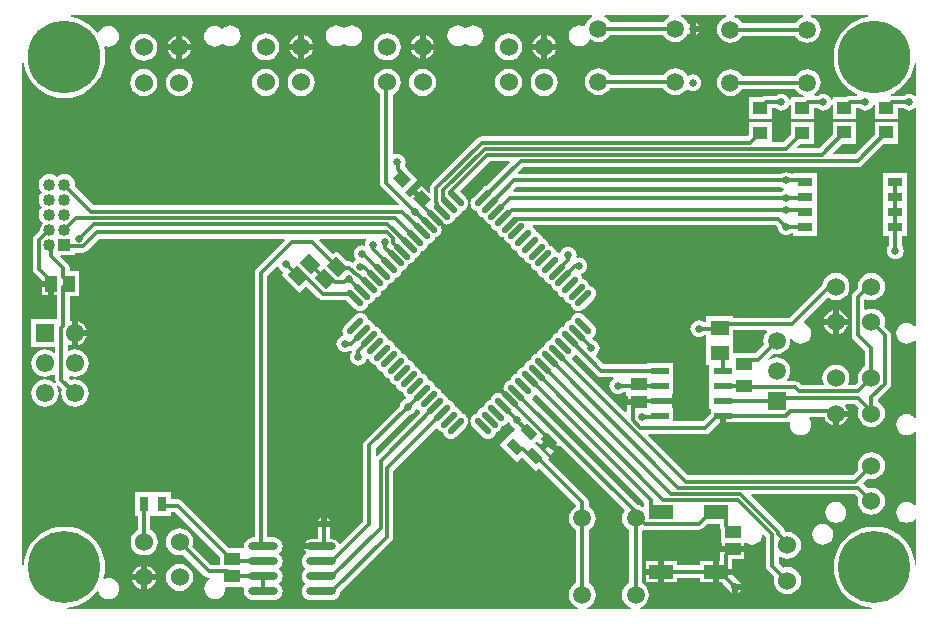
<source format=gtl>
%FSTAX23Y23*%
%MOIN*%
%SFA1B1*%

%IPPOS*%
%AMD21*
4,1,4,-0.029700,0.006400,0.006400,-0.029700,0.029700,-0.006400,-0.006400,0.029700,-0.029700,0.006400,0.0*
%
%AMD22*
4,1,4,0.002100,-0.029700,0.029700,-0.002100,-0.002100,0.029700,-0.029700,0.002100,0.002100,-0.029700,0.0*
%
%AMD23*
4,1,4,0.033900,-0.003500,-0.003500,0.033900,-0.033900,0.003500,0.003500,-0.033900,0.033900,-0.003500,0.0*
%
%AMD30*
4,1,4,-0.008800,0.024400,-0.024400,0.008800,0.008800,-0.024400,0.024400,-0.008800,-0.008800,0.024400,0.0*
1,1,0.022000,-0.016600,0.016600*
1,1,0.022000,0.016600,-0.016600*
%
%AMD31*
4,1,4,-0.024400,-0.008800,-0.008800,-0.024400,0.024400,0.008800,0.008800,0.024400,-0.024400,-0.008800,0.0*
1,1,0.022000,-0.016600,-0.016600*
1,1,0.022000,0.016600,0.016600*
%
%ADD17R,0.031000X0.047000*%
%ADD18O,0.098000X0.028000*%
%ADD19R,0.053000X0.043000*%
%ADD20R,0.059000X0.049000*%
G04~CAMADD=21~9~0.0~0.0~510.0~330.0~0.0~0.0~0~0.0~0.0~0.0~0.0~0~0.0~0.0~0.0~0.0~0~0.0~0.0~0.0~135.0~594.0~593.0*
%ADD21D21*%
G04~CAMADD=22~9~0.0~0.0~390.0~450.0~0.0~0.0~0~0.0~0.0~0.0~0.0~0~0.0~0.0~0.0~0.0~0~0.0~0.0~0.0~225.0~594.0~593.0*
%ADD22D22*%
G04~CAMADD=23~9~0.0~0.0~530.0~430.0~0.0~0.0~0~0.0~0.0~0.0~0.0~0~0.0~0.0~0.0~0.0~0~0.0~0.0~0.0~315.0~678.0~677.0*
%ADD23D23*%
%ADD24R,0.043000X0.053000*%
%ADD25R,0.055000X0.041000*%
%ADD26R,0.059000X0.024000*%
%ADD27R,0.083000X0.051000*%
%ADD28R,0.050000X0.030000*%
%ADD29R,0.047000X0.043000*%
G04~CAMADD=30~3~0.0~0.0~220.0~690.0~0.0~0.0~0~0.0~0.0~0.0~0.0~0~0.0~0.0~0.0~0.0~0~0.0~0.0~0.0~45.0~550.0~550.0*
%ADD30D30*%
G04~CAMADD=31~3~0.0~0.0~220.0~690.0~0.0~0.0~0~0.0~0.0~0.0~0.0~0~0.0~0.0~0.0~0.0~0~0.0~0.0~0.0~135.0~550.0~550.0*
%ADD31D31*%
%ADD60C,0.012000*%
%ADD61C,0.008000*%
%ADD62C,0.059000*%
%ADD63R,0.061000X0.061000*%
%ADD64C,0.061000*%
%ADD65C,0.060000*%
%ADD66C,0.059000*%
%ADD67R,0.059000X0.059000*%
%ADD68R,0.040000X0.040000*%
%ADD69C,0.040000*%
%ADD70C,0.242000*%
%ADD71C,0.240000*%
%ADD72C,0.025000*%
%LNtemperature_monitor_&_display-1*%
%LPD*%
G36*
X02166Y01985D02*
X02163Y01984D01*
X02154Y01977*
X02147Y01967*
Y01966*
X01969*
Y01967*
X01962Y01977*
X01952Y01984*
X0195Y01985*
X01951Y0199*
X02165*
X02166Y01985*
G37*
G36*
X02613D02*
X02603Y01981D01*
X02594Y01974*
X02587Y01965*
Y01964*
X02409*
Y01965*
X02402Y01974*
X02392Y01981*
X02383Y01985*
X02384Y0199*
X02612*
X02613Y01985*
G37*
G36*
X02829D02*
D01*
X02808Y0198*
X02788Y01972*
X0277Y0196*
X02754Y01946*
X0274Y0193*
X02728Y01912*
X0272Y01892*
X02715Y01871*
X02714Y0185*
X02715Y01829*
X0272Y01808*
X02728Y01788*
X0274Y0177*
X02754Y01754*
X0277Y0174*
X02788Y01728*
X02793Y01726*
X02792Y01721*
X02769*
X0276Y0172*
X02758Y01718*
X02711*
Y01709*
X02706Y01708*
X02704Y01714*
X027Y0172*
X02694Y01724*
X02687Y01727*
X0268Y01728*
X02673Y01727*
X02666Y01724*
X02663Y01721*
X02652*
X02649Y01726*
X02658Y01733*
X02665Y01743*
X02669Y01753*
X02671Y01765*
X02669Y01777*
X02665Y01787*
X02658Y01797*
X02648Y01804*
X02638Y01808*
X02626Y0181*
X02614Y01808*
X02603Y01804*
X02594Y01797*
X02587Y01787*
Y01786*
X02409*
Y01787*
X02402Y01797*
X02392Y01804*
X02382Y01808*
X0237Y0181*
X02358Y01808*
X02348Y01804*
X02338Y01797*
X02331Y01787*
X02327Y01777*
X02325Y01765*
X02327Y01753*
X02331Y01743*
X02338Y01733*
X02348Y01726*
X02358Y01722*
X0237Y0172*
X02382Y01722*
X02392Y01726*
X02402Y01733*
X02409Y01743*
Y01744*
X02587*
Y01743*
X02594Y01733*
X02603Y01726*
X02614Y01722*
Y01717*
X02571*
Y01709*
X02566Y01708*
X02564Y01714*
X0256Y0172*
X02554Y01724*
X02547Y01727*
X0254Y01728*
X02533Y01727*
X02526Y01724*
X02523Y01721*
X0249*
X02482Y0172*
X02477Y01717*
X02431*
Y01643*
X02509*
Y01679*
X02523*
X02526Y01676*
X02533Y01673*
X0254Y01672*
X02547Y01673*
X02554Y01676*
X0256Y0168*
X02564Y01686*
X02566Y01692*
X02571Y01691*
Y01643*
X02649*
Y01679*
X02663*
X02666Y01676*
X02673Y01673*
X0268Y01672*
X02687Y01673*
X02694Y01676*
X027Y0168*
X02704Y01686*
X02706Y01692*
X02711Y01691*
Y01645*
X02789*
Y01679*
X02803*
X02806Y01676*
X02813Y01673*
X0282Y01672*
X02827Y01673*
X02834Y01676*
X0284Y0168*
X02844Y01686*
X02846Y01692*
X02851Y01691*
Y01645*
X02929*
Y01679*
X02948*
X02951Y01676*
X02958Y01673*
X02965Y01672*
X02972Y01673*
X02979Y01676*
X02985Y0168*
Y01681*
X0299Y01679*
Y00954*
X02985Y00953*
X02983Y00955*
X02976Y0096*
X02967Y00964*
X02958Y00965*
X02949Y00964*
X0294Y0096*
X02933Y00955*
X02928Y00948*
X02924Y00939*
X02923Y0093*
X02924Y00921*
X02928Y00912*
X02933Y00905*
X0294Y00899*
X02949Y00896*
X02958Y00895*
X02967Y00896*
X02976Y00899*
X02983Y00905*
X02985Y00907*
X0299Y00905*
Y00649*
X02985Y00648*
X02983Y0065*
X02976Y00655*
X02967Y00659*
X02958Y0066*
X02949Y00659*
X0294Y00655*
X02933Y0065*
X02928Y00643*
X02924Y00634*
X02923Y00625*
X02924Y00616*
X02928Y00607*
X02933Y006*
X0294Y00594*
X02949Y00591*
X02958Y0059*
X02967Y00591*
X02976Y00594*
X02983Y006*
X02985Y00602*
X0299Y006*
Y00357*
X02985Y00356*
X02983Y00358*
X02976Y00364*
X02967Y00367*
X02958Y00368*
X02949Y00367*
X0294Y00364*
X02933Y00358*
X02928Y00351*
X02924Y00342*
X02923Y00333*
X02924Y00324*
X02928Y00315*
X02933Y00308*
X0294Y00302*
X02949Y00299*
X02958Y00298*
X02967Y00299*
X02976Y00302*
X02983Y00308*
X02985Y0031*
X0299Y00309*
Y00158*
X02985*
X02984Y00171*
X02979Y00192*
X02971Y00211*
X0296Y0023*
X02946Y00246*
X0293Y0026*
X02911Y00271*
X02892Y00279*
X02871Y00284*
X0285Y00285*
X02829Y00284*
X02808Y00279*
X02789Y00271*
X0277Y0026*
X02754Y00246*
X0274Y0023*
X02729Y00211*
X02721Y00192*
X02716Y00171*
X02715Y0015*
X02716Y00129*
X02721Y00108*
X02729Y00089*
X0274Y0007*
X02754Y00054*
X0277Y0004*
X02789Y00029*
X02808Y00021*
X02829Y00016*
X02842Y00015*
Y0001*
X0207*
X02069Y00015*
X02076Y00018*
X02085Y00025*
X02092Y00035*
X02097Y00045*
X02098Y00057*
X02097Y00069*
X02092Y00079*
X02085Y00089*
X02076Y00096*
X02075*
Y00271*
X02079Y00275*
X02084Y00274*
X02265*
X02273Y00276*
X0228Y0028*
X02294Y00294*
X02334*
Y00287*
X02336Y00279*
X02338Y00276*
Y00231*
X02343*
Y0022*
X0238*
X02417*
Y00231*
X02422*
X02426Y00229*
X02433Y00226*
X02442Y00225*
X02451Y00226*
X0246Y0023*
X02467Y00235*
X02472Y00242*
X02476Y00251*
X02477Y00256*
X02482Y00258*
X02489Y00251*
Y00155*
X0249Y00147*
X02495Y0014*
X02517Y00118*
X02516Y00117*
X02515Y00105*
X02516Y00093*
X02521Y00082*
X02528Y00073*
X02537Y00066*
X02548Y00061*
X0256Y0006*
X02572Y00061*
X02583Y00066*
X02592Y00073*
X02599Y00082*
X02604Y00093*
X02605Y00105*
X02604Y00117*
X02599Y00128*
X02592Y00137*
X02583Y00144*
X02572Y00149*
X0256Y0015*
X02548Y00149*
X02547Y00148*
X02531Y00164*
Y00183*
X02536Y00185*
X02537Y00184*
X02548Y00179*
X0256Y00178*
X02572Y00179*
X02583Y00184*
X02592Y00191*
X02599Y002*
X02604Y00211*
X02605Y00223*
X02604Y00235*
X02599Y00246*
X02592Y00255*
X02583Y00262*
X02572Y00267*
X0256Y00268*
X02554*
X02551Y0027*
X0255Y00277*
X02545Y00284*
X0244Y00389*
X02442Y00394*
X02786*
X02797Y00383*
X02796Y00382*
X02795Y0037*
X02796Y00358*
X02801Y00347*
X02808Y00338*
X02817Y00331*
X02828Y00326*
X0284Y00325*
X02852Y00326*
X02863Y00331*
X02872Y00338*
X02879Y00347*
X02884Y00358*
X02885Y0037*
X02884Y00382*
X02879Y00393*
X02872Y00402*
X02863Y00409*
X02852Y00414*
X0284Y00415*
X02828Y00414*
X02827Y00413*
X02811Y00429*
X02827Y00445*
X02828Y00444*
X0284Y00443*
X02852Y00444*
X02863Y00449*
X02872Y00456*
X02879Y00465*
X02884Y00476*
X02885Y00488*
X02884Y005*
X02879Y00511*
X02872Y0052*
X02863Y00527*
X02852Y00532*
X0284Y00533*
X02828Y00532*
X02817Y00527*
X02808Y0052*
X02801Y00511*
X02796Y005*
X02795Y00488*
X02796Y00476*
X02797Y00475*
X02778Y00456*
X0223*
X02097Y00589*
X02099Y00594*
X02287*
X02295Y00595*
X02302Y006*
X02334Y00632*
Y00655*
X02354*
Y00633*
X02384*
Y00634*
X02554*
X02562Y00635*
X02566Y00638*
X0257Y00634*
X02568Y00625*
X0257Y00616*
X02573Y00607*
X02579Y006*
X02586Y00594*
X02595Y00591*
X02604Y0059*
X02613Y00591*
X02621Y00594*
X02629Y006*
X02634Y00607*
X02638Y00616*
X02639Y00625*
X02638Y00634*
X02634Y00643*
X02632Y00645*
X02635Y0065*
X02684*
X02687Y00642*
X02693Y00633*
X02702Y00627*
X02711Y00623*
X02712*
Y00662*
X02722*
Y00672*
X02761*
X02757Y00682*
X02752Y00689*
X02754Y00694*
X02786*
X02799Y00681*
X02796Y00674*
X02795Y00662*
X02796Y0065*
X02801Y00639*
X02808Y0063*
X02817Y00623*
X02828Y00618*
X0284Y00617*
X02852Y00618*
X02863Y00623*
X02872Y0063*
X02879Y00639*
X02884Y0065*
X02885Y00662*
X02884Y00674*
X02879Y00685*
X02872Y00694*
X02863Y00701*
X02861Y00702*
Y00709*
X02899Y00747*
X02904Y00754*
X02905Y00762*
Y00923*
X02904Y00931*
X02899Y00938*
X02883Y00954*
X02884Y00955*
X02885Y00967*
X02884Y00979*
X02879Y0099*
X02872Y00999*
X02863Y01006*
X02852Y01011*
X0284Y01012*
X02828Y01011*
X02821Y01008*
X02816Y01011*
Y01041*
X0282Y01045*
X02828Y01041*
X0284Y0104*
X02852Y01041*
X02863Y01046*
X02872Y01053*
X02879Y01062*
X02884Y01073*
X02885Y01085*
X02884Y01097*
X02879Y01108*
X02872Y01117*
X02863Y01124*
X02852Y01129*
X0284Y0113*
X02828Y01129*
X02817Y01124*
X02808Y01117*
X02801Y01108*
X02796Y01097*
X02795Y01085*
Y0108*
X0278Y01065*
X02775Y01058*
X02774Y0105*
Y00923*
X02775Y00914*
X0278Y00907*
X02818Y0087*
Y00819*
X02817*
X02808Y00812*
X02801Y00803*
X02796Y00792*
X02795Y0078*
X02796Y00768*
X02797Y00767*
X02787Y00757*
X02766*
X02763Y00762*
X02766Y00768*
X02767Y0078*
X02766Y00792*
X02761Y00803*
X02754Y00812*
X02745Y00819*
X02734Y00824*
X02722Y00825*
X0271Y00824*
X02699Y00819*
X0269Y00812*
X02683Y00803*
X02678Y00792*
X02677Y0078*
X02678Y00768*
X02681Y00762*
X02678Y00757*
X02608*
X02601Y00764*
X02594Y00768*
X02586Y0077*
X0256*
X02558Y00775*
X02564Y00783*
X02568Y00793*
X0257Y00805*
X02568Y00817*
X02564Y00827*
X02557Y00837*
X02547Y00844*
X02537Y00848*
X02525Y0085*
X02513Y00848*
X02503Y00844*
X02497Y0084*
X02494Y00843*
X02512Y00862*
X02513*
X02525Y0086*
X02537Y00862*
X02547Y00866*
X02557Y00873*
X02564Y00883*
X02568Y00893*
X0257Y00905*
X02569Y00909*
X02574Y00911*
X02579Y00905*
X02586Y00899*
X02595Y00896*
X02604Y00895*
X02613Y00896*
X02621Y00899*
X02629Y00905*
X02634Y00912*
X02638Y00921*
X02639Y0093*
X02638Y00939*
X02634Y00948*
X02629Y00955*
X02621Y0096*
X02616Y00963*
X02615Y00969*
X02695Y01049*
X02699Y01046*
X0271Y01041*
X02722Y0104*
X02734Y01041*
X02745Y01046*
X02754Y01053*
X02761Y01062*
X02766Y01073*
X02767Y01085*
X02766Y01097*
X02761Y01108*
X02754Y01117*
X02745Y01124*
X02734Y01129*
X02722Y0113*
X0271Y01129*
X02699Y01124*
X0269Y01117*
X02683Y01108*
X02678Y01097*
X02677Y01092*
X02567Y00981*
X0238*
Y00986*
X0229*
Y00966*
X02282*
X02279Y00969*
X02272Y00972*
X02265Y00973*
X02258Y00972*
X02251Y00969*
X02245Y00965*
X02241Y00959*
X02238Y00952*
X02237Y00945*
X02238Y00938*
X02241Y00931*
X02245Y00925*
X02251Y00921*
X02258Y00918*
X02265Y00917*
X02272Y00918*
X02279Y00921*
X02282Y00924*
X0229*
Y00907*
Y00903*
Y00824*
X023*
Y00778*
Y00728*
Y00678*
X02305Y00677*
Y00663*
X02278Y00636*
X0218*
Y00682*
X02175Y00683*
Y00695*
X02136*
Y00715*
X02175*
Y00727*
X0218Y00728*
Y00778*
Y00832*
X02091*
Y00826*
X01949*
X01923Y00852*
X01924Y00859*
X01926Y0086*
X0193Y00866*
X01933Y00873*
X01934Y0088*
X01933Y00887*
X0193Y00894*
X01926Y009*
X0192Y00904*
X01914Y00907*
X0191Y0091*
X01911Y00916*
X01915Y00919*
X01919Y00924*
X01922Y00931*
X01923Y00937*
X01922Y00944*
X01919Y0095*
X01915Y00956*
X01882Y00989*
X01876Y00993*
X0187Y00996*
X01863Y00997*
X01857Y00996*
X0185Y00993*
X01845Y00989*
X01841Y00984*
X01838Y00978*
Y00974*
X01834*
X01828Y00971*
X01823Y00967*
X01818Y00962*
X01816Y00955*
X01815Y00952*
X01812Y00951*
X01806Y00949*
X018Y00945*
X01796Y00939*
X01794Y00933*
X01793Y0093*
X0179Y00929*
X01783Y00927*
X01778Y00922*
X01774Y00917*
X01771Y00911*
Y00907*
X01767*
X01761Y00904*
X01756Y009*
X01752Y00895*
X01749Y00888*
Y00885*
X01745*
X01739Y00882*
X01734Y00878*
X01729Y00872*
X01727Y00866*
X01726Y00863*
X01723Y00862*
X01717Y0086*
X01711Y00856*
X01707Y0085*
X01705Y00844*
X01704Y0084*
X01701*
X01694Y00837*
X01689Y00833*
X01685Y00828*
X01682Y00822*
Y00818*
X01678*
X01672Y00815*
X01667Y00811*
X01663Y00806*
X0166Y00799*
Y00796*
X01656Y00795*
X0165Y00793*
X01644Y00789*
X0164Y00783*
X01638Y00777*
X01637Y00774*
X01634Y00773*
X01628Y00771*
X01622Y00766*
X01618Y00761*
X01615Y00755*
Y00748*
Y00746*
X01612*
X01615Y00743*
Y00741*
X01618Y00735*
X01622Y0073*
X01639Y00713*
X01631Y00705*
X01614Y00722*
X01609Y00726*
X01603Y00729*
X01601*
X01598Y00732*
Y00729*
X01596Y0073*
X01589Y00729*
X01583Y00726*
X01578Y00722*
X01573Y00717*
X01571Y0071*
X0157Y00707*
X01567Y00706*
X01561Y00704*
X01555Y007*
X01551Y00694*
X01549Y00688*
X01548Y00685*
X01545Y00684*
X01538Y00682*
X01533Y00677*
X01529Y00672*
X01526Y00666*
Y00662*
X01522*
X01516Y00659*
X01511Y00655*
X01507Y0065*
X01504Y00643*
X01503Y00637*
X01504Y0063*
X01507Y00624*
X01511Y00618*
X01544Y00585*
X0155Y00581*
X01556Y00578*
X01563Y00577*
X01569Y00578*
X01576Y00581*
X01581Y00585*
X01585Y0059*
X01588Y00597*
Y006*
X01592*
X01598Y00603*
X01603Y00607*
X01607Y00613*
X0161Y00619*
X01611Y00622*
X01614Y00623*
X0162Y00625*
X01626Y00629*
X01628Y00633*
X0163*
X01634Y00632*
X01636Y00626*
X0164Y0062*
X01646Y00616*
X0165Y00614*
X01651Y00609*
X01648Y00605*
X01645Y00602*
X01644Y00601*
X016Y00558*
X01658Y005*
X01675Y00518*
X01723Y0047*
X01732Y0048*
X01855Y00357*
Y00352*
X01854*
X01845Y00345*
X01838Y00335*
X01833Y00325*
X01832Y00313*
X01833Y00301*
X01838Y00291*
X01845Y00281*
X01854Y00274*
X01855*
Y00096*
X01854*
X01845Y00089*
X01838Y00079*
X01833Y00069*
X01832Y00057*
X01833Y00045*
X01838Y00035*
X01845Y00025*
X01854Y00018*
X01861Y00015*
X0186Y0001*
X00158*
Y00015*
X00171Y00016*
X00192Y00021*
X00211Y00029*
X0023Y0004*
X00246Y00054*
X00259Y00069*
X00261Y0007*
X00262Y00069*
X00264Y00068*
X00267Y00061*
X00273Y00054*
X0028Y00048*
X00289Y00045*
X00298Y00044*
X00307Y00045*
X00315Y00048*
X00323Y00054*
X00328Y00061*
X00332Y0007*
X00333Y00079*
X00332Y00088*
X00328Y00097*
X00323Y00104*
X00315Y00109*
X00307Y00113*
X00298Y00114*
X00289Y00113*
X00285Y00111*
X0028Y00115*
X00284Y00129*
X00285Y0015*
X00284Y00171*
X00279Y00192*
X00271Y00211*
X0026Y0023*
X00246Y00246*
X0023Y0026*
X00211Y00271*
X00192Y00279*
X00171Y00284*
X0015Y00285*
X00129Y00284*
X00108Y00279*
X00089Y00271*
X0007Y0026*
X00054Y00246*
X0004Y0023*
X00029Y00211*
X00021Y00192*
X00016Y00171*
X00015Y00158*
X0001*
Y01829*
X00015*
X0002Y01808*
X00028Y01788*
X0004Y0177*
X00054Y01754*
X0007Y0174*
X00088Y01728*
X00108Y0172*
X00129Y01715*
X0015Y01714*
X00171Y01715*
X00192Y0172*
X00212Y01728*
X0023Y0174*
X00246Y01754*
X0026Y0177*
X00272Y01788*
X0028Y01808*
X00285Y01829*
X00286Y0185*
X00285Y01871*
X00282Y01884*
X00286Y01887*
X00288Y01886*
X00297Y01885*
X00306Y01886*
X00315Y0189*
X00322Y01895*
X00327Y01902*
X00331Y01911*
X00332Y0192*
X00331Y01929*
X00327Y01938*
X00322Y01945*
X00315Y01951*
X00306Y01954*
X00297Y01955*
X00288Y01954*
X00279Y01951*
X00272Y01945*
X00266Y01938*
X00264Y01933*
X00259Y01932*
X00246Y01946*
X0023Y0196*
X00212Y01972*
X00192Y0198*
X00171Y01985*
Y0199*
X01909*
X0191Y01985*
X01908Y01984*
X01898Y01977*
X01891Y01967*
X01887Y01957*
Y01956*
X01881Y01953*
X01876Y01955*
X01867Y01956*
X01858Y01955*
X0185Y01952*
X01842Y01946*
X01837Y01939*
X01833Y0193*
X01832Y01921*
X01833Y01912*
X01837Y01903*
X01842Y01896*
X0185Y0189*
X01858Y01887*
X01867Y01886*
X01876Y01887*
X01885Y0189*
X01892Y01896*
X01898Y01903*
X01899Y01907*
X01904Y01909*
X01908Y01906*
X01918Y01902*
X0193Y019*
X01942Y01902*
X01952Y01906*
X01962Y01913*
X01969Y01923*
Y01924*
X02147*
Y01923*
X02154Y01913*
X02163Y01906*
X02174Y01902*
X02186Y019*
X02198Y01902*
X02208Y01906*
X02218Y01913*
X02225Y01923*
X02226Y01926*
X02232Y01928*
X02237Y01925*
Y01945*
Y01965*
X02232Y01962*
X02226Y01964*
X02225Y01967*
X02218Y01977*
X02208Y01984*
X02206Y01985*
X02207Y0199*
X02356*
X02357Y01985*
X02348Y01981*
X02338Y01974*
X02331Y01965*
X02327Y01954*
X02325Y01942*
X02327Y01931*
X02331Y0192*
X02338Y0191*
X02348Y01903*
X02358Y01899*
X0237Y01897*
X02382Y01899*
X02392Y01903*
X02402Y0191*
X02409Y0192*
Y01921*
X02587*
Y0192*
X02594Y0191*
X02603Y01903*
X02614Y01899*
X02626Y01897*
X02638Y01899*
X02648Y01903*
X02658Y0191*
X02665Y0192*
X02669Y01931*
X02671Y01942*
X02669Y01954*
X02665Y01965*
X02658Y01974*
X02648Y01981*
X02639Y01985*
X0264Y0199*
X02829*
Y01985*
G37*
G36*
X0299Y01829D02*
Y01721D01*
X02985Y01719*
Y0172*
X02979Y01724*
X02972Y01727*
X02965Y01728*
X02958Y01727*
X02951Y01724*
X02948Y01721*
X02909*
X02907*
X02906Y01726*
X02912Y01728*
X0293Y0174*
X02946Y01754*
X0296Y0177*
X02972Y01788*
X0298Y01808*
X02985Y01829*
X0299*
G37*
G36*
X02491Y00934D02*
X02486Y00927D01*
X02482Y00917*
X0248Y00905*
X02482Y00893*
Y00892*
X02453Y00863*
X0243*
X02428*
X0238*
Y00903*
Y00907*
Y00939*
X02488*
X02491Y00934*
G37*
G36*
X01925Y0079D02*
X01932Y00785D01*
X0194Y00784*
X01979*
X0198Y00781*
X01981Y00779*
X01975Y00775*
X01971Y00769*
X01968Y00762*
X01967Y00755*
X01968Y00748*
X01971Y00741*
X01975Y00735*
X01981Y00731*
X01988Y00728*
X01995Y00727*
X02002Y00728*
X02009Y00731*
X02012Y00734*
X02023*
Y00722*
X02028*
Y00711*
X02065*
Y00691*
X02026*
X02025Y0069*
X02024Y00681*
Y00669*
X02019Y00667*
X01843Y00843*
X01844Y00849*
X01848Y00852*
X01851Y00856*
X01857Y00857*
X01925Y0079*
G37*
G36*
X01796Y00551D02*
X01802Y00557D01*
X02018Y0034*
X02015Y00335*
X0201Y00325*
X02009Y00313*
X0201Y00301*
X02015Y00291*
X02022Y00281*
X02031Y00274*
X02032*
Y00096*
X02031*
X02022Y00089*
X02015Y00079*
X0201Y00069*
X02009Y00057*
X0201Y00045*
X02015Y00035*
X02022Y00025*
X02031Y00018*
X02038Y00015*
X02037Y0001*
X01893*
X01892Y00015*
X01899Y00018*
X01908Y00025*
X01915Y00035*
X0192Y00045*
X01921Y00057*
X0192Y00069*
X01915Y00079*
X01908Y00089*
X01899Y00096*
X01898*
Y00274*
X01899*
X01908Y00281*
X01915Y00291*
X0192Y00301*
X01921Y00313*
X0192Y00325*
X01915Y00335*
X01908Y00345*
X01899Y00352*
X01898*
Y00366*
X01896Y00374*
X01892Y00381*
X01763Y0051*
X01767Y00515*
X0172Y00563*
X01726Y00569*
X01738Y00557*
X01757Y00576*
X01764Y00569*
X01771Y00576*
X01796Y00551*
G37*
G36*
X02083Y00365D02*
Y00355D01*
Y00353*
Y00352*
X02077Y00351*
X02076Y00352*
X02065Y00356*
X02061Y00357*
X0206Y00359*
X01709Y0071*
X01711Y00715*
X01715Y00719*
X01718Y00723*
X01724Y00724*
X02083Y00365*
G37*
%LNtemperature_monitor_&_display-2*%
%LPC*%
G36*
X02257Y01965D02*
Y01955D01*
X02267*
X02263Y01961*
X02257Y01965*
G37*
G36*
X01513Y01956D02*
X01504Y01955D01*
X01495Y01952*
X01488Y01946*
X01487*
X0148Y01952*
X01471Y01955*
X01462Y01956*
X01453Y01955*
X01445Y01952*
X01437Y01946*
X01432Y01939*
X01428Y0193*
X01427Y01921*
X01428Y01912*
X01432Y01903*
X01437Y01896*
X01445Y0189*
X01453Y01887*
X01462Y01886*
X01471Y01887*
X0148Y0189*
X01487Y01896*
X01488*
X01495Y0189*
X01504Y01887*
X01513Y01886*
X01522Y01887*
X0153Y0189*
X01538Y01896*
X01543Y01903*
X01547Y01912*
X01548Y01921*
X01547Y0193*
X01543Y01939*
X01538Y01946*
X0153Y01952*
X01522Y01955*
X01513Y01956*
G37*
G36*
X01108D02*
X01099Y01955D01*
X0109Y01952*
X01083Y01946*
X01082*
X01075Y01952*
X01066Y01955*
X01057Y01956*
X01048Y01955*
X0104Y01952*
X01032Y01946*
X01027Y01939*
X01023Y0193*
X01022Y01921*
X01023Y01912*
X01027Y01903*
X01032Y01896*
X0104Y0189*
X01048Y01887*
X01057Y01886*
X01066Y01887*
X01075Y0189*
X01082Y01896*
X01083*
X0109Y0189*
X01099Y01887*
X01108Y01886*
X01117Y01887*
X01125Y0189*
X01133Y01896*
X01138Y01903*
X01142Y01912*
X01143Y01921*
X01142Y0193*
X01138Y01939*
X01133Y01946*
X01125Y01952*
X01117Y01955*
X01108Y01956*
G37*
G36*
X00703D02*
X00694Y01955D01*
X00685Y01952*
X00678Y01946*
X00677Y01945*
X00676*
X00669Y01951*
X0066Y01954*
X00651Y01955*
X00642Y01954*
X00634Y01951*
X00626Y01945*
X00621Y01938*
X00617Y01929*
X00616Y0192*
X00617Y01911*
X00621Y01902*
X00626Y01895*
X00634Y0189*
X00642Y01886*
X00651Y01885*
X0066Y01886*
X00669Y0189*
X00676Y01895*
X00677Y01896*
X00678*
X00685Y0189*
X00694Y01887*
X00703Y01886*
X00712Y01887*
X0072Y0189*
X00728Y01896*
X00733Y01903*
X00737Y01912*
X00738Y01921*
X00737Y0193*
X00733Y01939*
X00728Y01946*
X0072Y01952*
X00712Y01955*
X00703Y01956*
G37*
G36*
X02267Y01935D02*
X02257D01*
Y01925*
X02263Y01929*
X02267Y01935*
G37*
G36*
X01759Y01923D02*
Y01894D01*
X01788*
X01784Y01904*
X01778Y01913*
X01769Y01919*
X01759Y01923*
G37*
G36*
X01354D02*
Y01894D01*
X01383*
X01379Y01904*
X01373Y01913*
X01364Y01919*
X01354Y01923*
G37*
G36*
X00949D02*
Y01894D01*
X00978*
X00974Y01904*
X00968Y01913*
X00959Y01919*
X00949Y01923*
G37*
G36*
X00929D02*
D01*
X00919Y01919*
X00911Y01913*
X00904Y01904*
X009Y01894*
X00929*
Y01923*
G37*
G36*
X01334D02*
D01*
X01324Y01919*
X01316Y01913*
X01309Y01904*
X01305Y01894*
X01334*
Y01923*
G37*
G36*
X01739D02*
D01*
X01729Y01919*
X01721Y01913*
X01714Y01904*
X0171Y01894*
X01739*
Y01923*
G37*
G36*
X00543Y01922D02*
Y01893D01*
X00572*
Y01894*
X00568Y01903*
X00562Y01912*
X00553Y01918*
X00544Y01922*
X00543*
G37*
G36*
X00523D02*
D01*
X00513Y01918*
X00505Y01912*
X00498Y01903*
X00494Y01894*
Y01893*
X00523*
Y01922*
G37*
G36*
X01788Y01874D02*
X01759D01*
Y01845*
X01769Y01849*
X01778Y01856*
X01784Y01864*
X01788Y01874*
G37*
G36*
X01383D02*
X01354D01*
Y01845*
X01364Y01849*
X01373Y01856*
X01379Y01864*
X01383Y01874*
G37*
G36*
X00978D02*
X00949D01*
Y01845*
X00959Y01849*
X00968Y01856*
X00974Y01864*
X00978Y01874*
G37*
G36*
X01334D02*
X01305D01*
X01309Y01864*
X01316Y01856*
X01324Y01849*
X01334Y01845*
Y01874*
G37*
G36*
X00929D02*
X009D01*
X00904Y01864*
X00911Y01856*
X00919Y01849*
X00929Y01845*
Y01874*
G37*
G36*
X01739D02*
X0171D01*
X01714Y01864*
X01721Y01856*
X01729Y01849*
X01739Y01845*
Y01874*
G37*
G36*
X00572Y01873D02*
X00543D01*
Y01844*
X00544*
X00553Y01848*
X00562Y01855*
X00568Y01863*
X00572Y01873*
G37*
G36*
X00523D02*
X00494D01*
X00498Y01863*
X00505Y01855*
X00513Y01848*
X00523Y01844*
Y01873*
G37*
G36*
X01631Y01929D02*
X01619Y01928D01*
X01608Y01923*
X01599Y01916*
X01592Y01907*
X01587Y01896*
X01586Y01884*
X01587Y01872*
X01592Y01861*
X01599Y01852*
X01608Y01845*
X01619Y0184*
X01631Y01839*
X01643Y0184*
X01654Y01845*
X01663Y01852*
X0167Y01861*
X01675Y01872*
X01676Y01884*
X01675Y01896*
X0167Y01907*
X01663Y01916*
X01654Y01923*
X01643Y01928*
X01631Y01929*
G37*
G36*
X01226D02*
X01214Y01928D01*
X01203Y01923*
X01194Y01916*
X01187Y01907*
X01182Y01896*
X01181Y01884*
X01182Y01872*
X01187Y01861*
X01194Y01852*
X01203Y01845*
X01214Y0184*
X01226Y01839*
X01238Y0184*
X01249Y01845*
X01258Y01852*
X01265Y01861*
X0127Y01872*
X01271Y01884*
X0127Y01896*
X01265Y01907*
X01258Y01916*
X01249Y01923*
X01238Y01928*
X01226Y01929*
G37*
G36*
X00821D02*
X00809Y01928D01*
X00798Y01923*
X00789Y01916*
X00782Y01907*
X00777Y01896*
X00776Y01884*
X00777Y01872*
X00782Y01861*
X00789Y01852*
X00798Y01845*
X00809Y0184*
X00821Y01839*
X00833Y0184*
X00844Y01845*
X00853Y01852*
X0086Y01861*
X00865Y01872*
X00866Y01884*
X00865Y01896*
X0086Y01907*
X00853Y01916*
X00844Y01923*
X00833Y01928*
X00821Y01929*
G37*
G36*
X00415Y01928D02*
X00403Y01927D01*
X00392Y01922*
X00383Y01915*
X00376Y01906*
X00371Y01895*
X0037Y01883*
X00371Y01871*
X00376Y0186*
X00383Y01851*
X00392Y01844*
X00403Y01839*
X00415Y01838*
X00427Y01839*
X00438Y01844*
X00447Y01851*
X00454Y0186*
X00459Y01871*
X0046Y01883*
X00459Y01895*
X00454Y01906*
X00447Y01915*
X00438Y01922*
X00427Y01927*
X00415Y01928*
G37*
G36*
X02186Y01813D02*
X02174Y01811D01*
X02163Y01807*
X02154Y018*
X02147Y0179*
Y01789*
X01969*
Y0179*
X01962Y018*
X01952Y01807*
X01942Y01811*
X0193Y01813*
X01918Y01811*
X01908Y01807*
X01898Y018*
X01891Y0179*
X01887Y01779*
X01885Y01768*
X01887Y01756*
X01891Y01745*
X01898Y01736*
X01908Y01729*
X01918Y01724*
X0193Y01723*
X01942Y01724*
X01952Y01729*
X01962Y01736*
X01969Y01745*
Y01746*
X02147*
Y01745*
X02154Y01736*
X02163Y01729*
X02174Y01724*
X02186Y01723*
X02198Y01724*
X02208Y01729*
X02218Y01736*
X02222Y01742*
X02229Y01743*
X02231Y01741*
X02238Y01738*
X02245Y01737*
X02252Y01738*
X02259Y01741*
X02265Y01745*
X02269Y01751*
X02272Y01758*
X02273Y01765*
X02272Y01772*
X02269Y01779*
X02265Y01785*
X02259Y01789*
X02252Y01792*
X02245Y01793*
X02238Y01792*
X02231Y01789*
X0223Y01788*
X02226Y01789*
X02225Y0179*
X02218Y018*
X02208Y01807*
X02198Y01811*
X02186Y01813*
G37*
G36*
X01749Y01811D02*
X01737Y0181D01*
X01726Y01805*
X01717Y01798*
X0171Y01789*
X01705Y01778*
X01704Y01766*
X01705Y01754*
X0171Y01743*
X01717Y01734*
X01726Y01727*
X01737Y01722*
X01749Y01721*
X01761Y01722*
X01772Y01727*
X01781Y01734*
X01788Y01743*
X01793Y01754*
X01794Y01766*
X01793Y01778*
X01788Y01789*
X01781Y01798*
X01772Y01805*
X01761Y0181*
X01749Y01811*
G37*
G36*
X01631D02*
X01619Y0181D01*
X01608Y01805*
X01599Y01798*
X01592Y01789*
X01587Y01778*
X01586Y01766*
X01587Y01754*
X01592Y01743*
X01599Y01734*
X01608Y01727*
X01619Y01722*
X01631Y01721*
X01643Y01722*
X01654Y01727*
X01663Y01734*
X0167Y01743*
X01675Y01754*
X01676Y01766*
X01675Y01778*
X0167Y01789*
X01663Y01798*
X01654Y01805*
X01643Y0181*
X01631Y01811*
G37*
G36*
X01344D02*
X01332Y0181D01*
X01321Y01805*
X01312Y01798*
X01305Y01789*
X013Y01778*
X01299Y01766*
X013Y01754*
X01305Y01743*
X01312Y01734*
X01321Y01727*
X01332Y01722*
X01344Y01721*
X01356Y01722*
X01367Y01727*
X01376Y01734*
X01383Y01743*
X01388Y01754*
X01389Y01766*
X01388Y01778*
X01383Y01789*
X01376Y01798*
X01367Y01805*
X01356Y0181*
X01344Y01811*
G37*
G36*
X00939D02*
X00927Y0181D01*
X00916Y01805*
X00907Y01798*
X009Y01789*
X00895Y01778*
X00894Y01766*
X00895Y01754*
X009Y01743*
X00907Y01734*
X00916Y01727*
X00927Y01722*
X00939Y01721*
X00951Y01722*
X00962Y01727*
X00971Y01734*
X00978Y01743*
X00983Y01754*
X00984Y01766*
X00983Y01778*
X00978Y01789*
X00971Y01798*
X00962Y01805*
X00951Y0181*
X00939Y01811*
G37*
G36*
X00821D02*
X00809Y0181D01*
X00798Y01805*
X00789Y01798*
X00782Y01789*
X00777Y01778*
X00776Y01766*
X00777Y01754*
X00782Y01743*
X00789Y01734*
X00798Y01727*
X00809Y01722*
X00821Y01721*
X00833Y01722*
X00844Y01727*
X00853Y01734*
X0086Y01743*
X00865Y01754*
X00866Y01766*
X00865Y01778*
X0086Y01789*
X00853Y01798*
X00844Y01805*
X00833Y0181*
X00821Y01811*
G37*
G36*
X00533Y0181D02*
X00521Y01809D01*
X0051Y01804*
X00501Y01797*
X00494Y01788*
X00489Y01777*
X00488Y01765*
X00489Y01753*
X00494Y01742*
X00501Y01733*
X0051Y01726*
X00521Y01721*
X00533Y0172*
X00545Y01721*
X00556Y01726*
X00565Y01733*
X00572Y01742*
X00577Y01753*
X00578Y01765*
X00577Y01777*
X00572Y01788*
X00565Y01797*
X00556Y01804*
X00545Y01809*
X00533Y0181*
G37*
G36*
X00415D02*
X00403Y01809D01*
X00392Y01804*
X00383Y01797*
X00376Y01788*
X00371Y01777*
X0037Y01765*
X00371Y01753*
X00376Y01742*
X00383Y01733*
X00392Y01726*
X00403Y01721*
X00415Y0172*
X00427Y01721*
X00438Y01726*
X00447Y01733*
X00454Y01742*
X00459Y01753*
X0046Y01765*
X00459Y01777*
X00454Y01788*
X00447Y01797*
X00438Y01804*
X00427Y01809*
X00415Y0181*
G37*
G36*
X01226Y01811D02*
X01214Y0181D01*
X01203Y01805*
X01194Y01798*
X01187Y01789*
X01182Y01778*
X01181Y01766*
X01182Y01754*
X01187Y01743*
X01194Y01734*
X01202Y01728*
Y01432*
X01203Y01424*
X01208Y01417*
X01264Y01361*
X01262Y01356*
X00249*
X00185Y01421*
Y01425*
X00184Y01434*
X00181Y01443*
X00175Y0145*
X00168Y01456*
X00159Y01459*
X0015Y0146*
X00141Y01459*
X00132Y01456*
X00125Y0145*
X00118Y01456*
X00109Y01459*
X001Y0146*
X00091Y01459*
X00082Y01456*
X00075Y0145*
X00069Y01443*
X00066Y01434*
X00065Y01425*
X00066Y01416*
X00069Y01407*
X00072Y01404*
X00075Y014*
X00072Y01396*
X00069Y01393*
X00066Y01384*
X00065Y01375*
X00066Y01366*
X00069Y01357*
X00072Y01354*
X00075Y0135*
X00072Y01346*
X00069Y01343*
X00066Y01334*
X00065Y01325*
X00066Y01316*
X00069Y01307*
X00075Y013*
X00079Y01297*
Y01296*
X00074Y0129*
X00071Y01283*
X0007Y01275*
X00051Y01256*
X00046Y01249*
X00045Y01241*
Y01144*
X00046Y01136*
X00051Y01129*
X00075Y01105*
X00106*
Y01095*
X00116*
Y01058*
X00125*
Y00976*
X00039*
Y00884*
X00119*
Y00868*
X00114Y00865*
X00108Y0087*
X00097Y00874*
X00085Y00876*
X00073Y00874*
X00062Y0087*
X00053Y00862*
X00045Y00853*
X00041Y00842*
X00039Y0083*
X00041Y00818*
X00045Y00807*
X00053Y00798*
X00062Y0079*
X00073Y00786*
X00085Y00784*
X00097Y00786*
X00108Y0079*
X00114Y00795*
X00119Y00792*
Y00775*
X00121Y00766*
X00117Y00762*
X00108Y0077*
X00097Y00774*
X00085Y00776*
X00073Y00774*
X00062Y0077*
X00053Y00762*
X00045Y00753*
X00041Y00742*
X00039Y0073*
X00041Y00718*
X00045Y00707*
X00053Y00698*
X00062Y0069*
X00073Y00686*
X00085Y00684*
X00097Y00686*
X00108Y0069*
X00117Y00698*
X00125Y00707*
X00129Y00718*
X00131Y0073*
X00129Y00742*
X00125Y00753*
X00129Y00756*
X00141Y00743*
Y00742*
X00139Y0073*
X00141Y00718*
X00145Y00707*
X00153Y00698*
X00162Y0069*
X00173Y00686*
X00185Y00684*
X00197Y00686*
X00208Y0069*
X00217Y00698*
X00225Y00707*
X00229Y00718*
X00231Y0073*
X00229Y00742*
X00225Y00753*
X00217Y00762*
X00208Y0077*
X00197Y00774*
X00185Y00776*
X00173Y00774*
X00172*
X00165Y00781*
Y00784*
X0017Y00787*
X00173Y00786*
X00185Y00784*
X00197Y00786*
X00208Y0079*
X00217Y00798*
X00225Y00807*
X00229Y00818*
X00231Y0083*
X00229Y00842*
X00225Y00853*
X00217Y00862*
X00208Y0087*
X00197Y00874*
X00185Y00876*
X00173Y00874*
X00167Y00872*
X00162Y00875*
Y00891*
X00167Y00894*
X00174Y00891*
X00175Y0089*
Y0093*
Y0097*
X00174Y00969*
X00172*
X00168Y00971*
Y01053*
X002*
Y01137*
X00168*
Y01146*
X00167Y01154*
X00162Y01161*
X00137Y01185*
X00139Y0119*
X00185*
Y01197*
X00211*
X00219Y01199*
X00226Y01203*
X00268Y01245*
X00883*
X00885Y0124*
X0079Y01145*
X00785Y01138*
X00784Y0113*
Y00249*
X00778*
X00771Y00248*
X00764Y00245*
X00758Y0024*
X00753Y00234*
X0075Y00227*
X00749Y0022*
Y00217*
X00746Y00214*
X007*
X00543Y0037*
X00536Y00375*
X00528Y00376*
X00505*
Y00399*
X00385*
Y00321*
X00394*
Y00274*
X00393Y00273*
X00384Y00266*
X00377Y00257*
X00372Y00246*
X00371Y00234*
X00372Y00222*
X00377Y00211*
X00384Y00202*
X00393Y00195*
X00404Y0019*
X00416Y00189*
X00428Y0019*
X00439Y00195*
X00448Y00202*
X00455Y00211*
X0046Y00222*
X00461Y00234*
X0046Y00246*
X00455Y00257*
X00448Y00266*
X00439Y00273*
X00437Y00274*
Y00321*
X00505*
Y00334*
X00519*
X00668Y00184*
Y00158*
X0064*
X00577Y00221*
X00578Y00222*
X00579Y00234*
X00578Y00246*
X00573Y00257*
X00566Y00266*
X00557Y00273*
X00546Y00278*
X00534Y00279*
X00522Y00278*
X00511Y00273*
X00502Y00266*
X00495Y00257*
X0049Y00246*
X00489Y00234*
X0049Y00222*
X00495Y00211*
X00502Y00202*
X00511Y00195*
X00522Y0019*
X00534Y00189*
X00546Y0019*
X00547Y00191*
X00616Y00121*
X00623Y00117*
X00631Y00115*
X00635*
X00636Y0011*
X00634Y00109*
X00627Y00104*
X00622Y00097*
X00618Y00088*
X00617Y00079*
X00618Y0007*
X00622Y00061*
X00627Y00054*
X00634Y00048*
X00643Y00045*
X00652Y00044*
X00661Y00045*
X0067Y00048*
X00677Y00054*
X00683Y00061*
X00686Y0007*
X00687Y00079*
Y0008*
X00691Y00083*
X00747*
X0075Y00078*
Y00077*
X00749Y0007*
X0075Y00062*
X00753Y00055*
X00758Y00049*
X00764Y00045*
X00771Y00042*
X00778Y00041*
X00849*
X00856Y00042*
X00863Y00045*
X00869Y00049*
X00874Y00055*
X00877Y00062*
X00878Y0007*
X00877Y00077*
X00874Y00084*
X00869Y0009*
X00867Y00092*
Y00097*
X00869Y00099*
X00874Y00105*
X00877Y00112*
X00878Y0012*
X00877Y00127*
X00874Y00134*
X00869Y0014*
X00867Y00142*
Y00147*
X00869Y00149*
X00874Y00155*
X00877Y00162*
X00878Y0017*
X00877Y00177*
X00874Y00184*
X00869Y0019*
X00867Y00192*
Y00197*
X00869Y00199*
X00874Y00205*
X00877Y00212*
X00878Y0022*
X00877Y00227*
X00874Y00234*
X00869Y0024*
X00863Y00245*
X00856Y00248*
X00849Y00249*
X00826*
Y01121*
X00859Y01153*
X00864Y01151*
X00866Y01146*
X0087Y0114*
X00876Y01136*
X00879Y01135*
X0088Y01129*
X00875Y01123*
X00933Y01065*
X00956Y01087*
X00997Y01046*
X01004Y01041*
X01012Y0104*
X01089*
X01118Y01011*
X01124Y01007*
X0113Y01004*
X01137Y01003*
X01143Y01004*
X0115Y01007*
X01155Y01011*
X01159Y01016*
X01162Y01022*
Y01026*
X01166*
X01172Y01029*
X01177Y01033*
X01182Y01038*
X01184Y01045*
X01185Y01048*
X01188Y01049*
X01194Y01051*
X012Y01055*
X01204Y01061*
X01206Y01067*
X01207Y0107*
X0121Y01071*
X01217Y01073*
X01222Y01078*
X01226Y01083*
X01229Y01089*
Y01093*
X01233*
X01239Y01096*
X01244Y011*
X01248Y01105*
X01251Y01112*
Y01115*
X01255*
X01261Y01118*
X01266Y01122*
X01271Y01128*
X01273Y01134*
X01274Y01137*
X01277Y01138*
X01283Y0114*
X01289Y01144*
X01293Y0115*
X01295Y01156*
X01296Y0116*
X01299*
X01306Y01163*
X01311Y01167*
X01315Y01172*
X01318Y01178*
Y01182*
X01322*
X01328Y01185*
X01333Y01189*
X01337Y01194*
X0134Y01201*
Y01204*
X01344Y01205*
X0135Y01207*
X01356Y01211*
X0136Y01217*
X01362Y01223*
X01363Y01226*
X01366Y01227*
X01372Y01229*
X01378Y01234*
X01382Y01239*
X01385Y01245*
Y01249*
X01388*
X01395Y01252*
X014Y01256*
X01404Y01261*
X01407Y01267*
X01408Y01274*
Y01276*
X0141*
X01407Y01279*
Y01281*
X01404Y01287*
X014Y01293*
X01383Y01309*
X01391Y01317*
X01408Y013*
X01413Y01296*
X01419Y01294*
X01421Y01293*
X01424Y01291*
Y01293*
X01426*
X01433Y01294*
X01439Y01296*
X01445Y013*
X01449Y01306*
X01451Y01312*
X01452Y01315*
X01455Y01316*
X01462Y01318*
X01467Y01323*
X01471Y01328*
X01474Y01334*
Y01338*
X01478*
X01484Y01341*
X01489Y01345*
X01493Y0135*
X01496Y01357*
X01497Y01363*
X01496Y0137*
X01493Y01376*
X01489Y01382*
X01468Y01403*
X01568Y01504*
X01633*
X01635Y01499*
X01558Y01422*
X01556*
X0155Y01419*
X01544Y01415*
X01511Y01382*
X01507Y01376*
X01504Y0137*
X01503Y01363*
X01504Y01357*
X01507Y0135*
X01511Y01345*
X01516Y01341*
X01522Y01338*
X01526*
Y01334*
X01529Y01328*
X01533Y01323*
X01538Y01318*
X01545Y01316*
X01548Y01315*
X01549Y01312*
X01551Y01306*
X01555Y013*
X01561Y01296*
X01567Y01294*
X0157Y01293*
X01571Y0129*
X01573Y01283*
X01578Y01278*
X01583Y01274*
X01589Y01271*
X01593*
Y01267*
X01596Y01261*
X016Y01256*
X01605Y01252*
X01612Y01249*
X01615*
Y01245*
X01618Y01239*
X01622Y01234*
X01628Y01229*
X01634Y01227*
X01637Y01226*
X01638Y01223*
X0164Y01217*
X01644Y01211*
X0165Y01207*
X01656Y01205*
X0166Y01204*
Y01201*
X01663Y01194*
X01667Y01189*
X01672Y01185*
X01678Y01182*
X01682*
Y01178*
X01685Y01172*
X01689Y01167*
X01694Y01163*
X01701Y0116*
X01704*
X01705Y01156*
X01707Y0115*
X01711Y01144*
X01717Y0114*
X01723Y01138*
X01726Y01137*
X01727Y01134*
X01729Y01128*
X01734Y01122*
X01739Y01118*
X01745Y01115*
X01749*
Y01112*
X01752Y01105*
X01756Y011*
X01761Y01096*
X01767Y01093*
X01771*
Y01089*
X01774Y01083*
X01778Y01078*
X01783Y01073*
X0179Y01071*
X01793Y0107*
X01794Y01067*
X01796Y01061*
X018Y01055*
X01806Y01051*
X01812Y01049*
X01815Y01048*
X01816Y01045*
X01818Y01038*
X01823Y01033*
X01828Y01029*
X01834Y01026*
X01838*
Y01022*
X01841Y01016*
X01845Y01011*
X0185Y01007*
X01857Y01004*
X01863Y01003*
X0187Y01004*
X01876Y01007*
X01882Y01011*
X01915Y01044*
X01919Y0105*
X01922Y01056*
X01923Y01063*
X01922Y01069*
X01919Y01076*
X01915Y01081*
X0191Y01085*
X01903Y01088*
X019*
Y01092*
X01897Y01098*
X01893Y01103*
X01887Y01107*
X01881Y0111*
X01878Y01111*
X01877Y01114*
X01875Y0112*
X01872Y01123*
Y01124*
X01874Y01129*
X01879Y01131*
X01885Y01135*
X01889Y01141*
X01892Y01148*
X01893Y01155*
X01892Y01162*
X01889Y01169*
X01885Y01175*
X01879Y01179*
X01872Y01182*
X01865Y01183*
X01862Y01182*
X01857Y01187*
X01858Y0119*
X01857Y01197*
X01854Y01204*
X0185Y0121*
X01844Y01214*
X01837Y01217*
X0183Y01218*
X01823Y01217*
X01816Y01214*
X0181Y0121*
X01806Y01204*
X01804Y01199*
X01799Y01196*
X01798Y01197*
X01792Y01199*
X01789Y012*
X01788Y01203*
X01786Y01209*
X01781Y01215*
X01776Y01219*
X0177Y01221*
X01766Y01222*
Y01225*
X01763Y01232*
X01759Y01237*
X01754Y01241*
X01748Y01244*
X01744*
Y01248*
X01741Y01254*
X01737Y01259*
X01732Y01263*
X01725Y01266*
X01722*
X01721Y0127*
X01719Y01276*
X01715Y01281*
X01712Y01284*
X01713Y01289*
X02521*
X02528Y01282*
Y01278*
X02531Y01271*
X02535Y01265*
X02541Y01261*
X02548Y01258*
X02555Y01257*
X02562Y01258*
X02569Y01261*
X02572Y01264*
X0258*
Y01255*
X0266*
Y01305*
Y01355*
Y01405*
Y01465*
X0258*
Y0146*
X02574*
X0257Y01463*
X02564Y01465*
X02556Y01466*
X02549Y01465*
X02543Y01463*
X02539Y0146*
X01663*
X01661Y01465*
X0168Y01484*
X02794*
X02803Y01485*
X0281Y0149*
X02882Y01562*
X02929*
Y01635*
X02851*
Y01592*
X02786Y01526*
X02713*
X02711Y01531*
X02742Y01562*
X02789*
Y01635*
X02711*
Y01592*
X02666Y01546*
X02594*
X02592Y01551*
X02602Y01561*
X02649*
Y01634*
X02571*
Y01591*
X02547Y01566*
X02509*
Y01634*
X02431*
Y01591*
X02427Y01586*
X01542*
X01534Y01585*
X01527Y0158*
X01375Y01428*
X0137Y01421*
X01369Y01413*
Y014*
X01364Y01398*
X01341Y01421*
X01327Y01407*
X0135Y01384*
X01336Y0137*
X01313Y01393*
X01302Y01383*
X01287Y01399*
X01328Y01441*
X01294Y01475*
X01292Y01477*
X01284Y01486*
X01287Y01493*
X01288Y015*
X01287Y01507*
X01284Y01514*
X0128Y0152*
X01274Y01524*
X01267Y01527*
X0126Y01528*
X01253Y01527*
X0125Y01525*
X01245Y01529*
Y01725*
X01249Y01727*
X01258Y01734*
X01265Y01743*
X0127Y01754*
X01271Y01766*
X0127Y01778*
X01265Y01789*
X01258Y01798*
X01249Y01805*
X01238Y0181*
X01226Y01811*
G37*
G36*
X0296Y01465D02*
X0288D01*
Y01405*
Y01355*
Y01305*
Y01255*
X02899*
Y01222*
X02896Y01219*
X02893Y01212*
X02892Y01205*
X02893Y01198*
X02896Y01191*
X029Y01185*
X02906Y01181*
X02913Y01178*
X0292Y01177*
X02927Y01178*
X02934Y01181*
X0294Y01185*
X02944Y01191*
X02947Y01198*
X02948Y01205*
X02947Y01212*
X02944Y01219*
X02941Y01222*
Y01255*
X0296*
Y01305*
Y01355*
Y01405*
Y01465*
G37*
G36*
X00096Y01085D02*
X00075D01*
Y01058*
X00096*
Y01085*
G37*
G36*
X02732Y01006D02*
Y00977D01*
X02761*
X02757Y00987*
X0275Y00995*
X02742Y01002*
X02732Y01006*
G37*
G36*
X02712D02*
X02711D01*
X02702Y01002*
X02693Y00995*
X02687Y00987*
X02683Y00977*
X02712*
Y01006*
G37*
G36*
X00195Y0097D02*
Y0094D01*
X00225*
X00224Y00941*
X0022Y0095*
X00214Y00959*
X00205Y00965*
X00196Y00969*
X00195Y0097*
G37*
G36*
X02761Y00957D02*
X02732D01*
Y00928*
X02742Y00932*
X0275Y00938*
X02757Y00947*
X02761Y00956*
Y00957*
G37*
G36*
X02712D02*
X02683D01*
Y00956*
X02687Y00947*
X02693Y00938*
X02702Y00932*
X02711Y00928*
X02712*
Y00957*
G37*
G36*
X00225Y0092D02*
X00195D01*
Y0089*
X00196Y00891*
X00205Y00895*
X00214Y00901*
X0022Y0091*
X00224Y00919*
X00225Y0092*
G37*
G36*
X02761Y00652D02*
X02732D01*
Y00623*
X02742Y00627*
X0275Y00633*
X02757Y00642*
X02761Y00651*
Y00652*
G37*
G36*
X01137Y00997D02*
X0113Y00996D01*
X01124Y00993*
X01118Y00989*
X01085Y00956*
X01081Y0095*
X01078Y00944*
X01077Y00937*
X01078Y00931*
X0108Y00927*
X01078Y00922*
X01077Y00921*
X01071Y00919*
X01065Y00915*
X01061Y00909*
X01058Y00902*
X01057Y00895*
X01058Y00888*
X01061Y00881*
X01065Y00875*
X01071Y00871*
X01078Y00868*
X01085Y00867*
X01092Y00868*
X01099Y00871*
X01101Y00873*
X01107Y00872*
X01109Y00869*
Y00867*
X01106Y00864*
X01103Y00857*
X01102Y0085*
X01103Y00843*
X01106Y00836*
X0111Y0083*
X01116Y00826*
X01123Y00823*
X0113Y00822*
X01137Y00823*
X01144Y00826*
X0115Y0083*
X01154Y00836*
X01157Y00843*
Y00844*
X01161Y00846*
X01163Y00845*
X01167*
Y00842*
X0117Y00835*
X01174Y0083*
X01179Y00826*
X01186Y00823*
X01189*
Y00819*
X01192Y00813*
X01196Y00808*
X01202Y00803*
X01208Y00801*
X01211Y008*
X01212Y00797*
X01214Y00791*
X01219Y00785*
X01224Y00781*
X0123Y00779*
X01234Y00778*
Y00775*
X01237Y00768*
X01241Y00763*
X01246Y00759*
X01252Y00756*
X01256*
Y00752*
X01259Y00746*
X01263Y00741*
X01268Y00737*
X01275Y00734*
X01278*
X01279Y0073*
X01281Y00724*
X01285Y00719*
X01288Y00717*
Y00715*
X01287Y00711*
X01281Y00709*
X01275Y00705*
X01271Y00699*
X01268Y00692*
Y00688*
X01151Y00571*
X01146Y00564*
X01145Y00556*
Y00303*
X01069Y00227*
X01065Y00229*
X01064Y0023*
X01059Y00237*
X01051Y00242*
X01042Y00244*
X01036*
Y00285*
X00994*
Y00244*
X00971*
X00962Y00242*
X00954Y00237*
X00949Y0023*
X01006*
Y0021*
X00949*
X00954Y00203*
X00957Y00201*
X00956Y00195*
X0095Y0019*
X00946Y00184*
X00943Y00177*
X00942Y0017*
X00943Y00162*
X00946Y00155*
X0095Y00149*
X00953Y00147*
Y00142*
X0095Y0014*
X00946Y00134*
X00943Y00127*
X00942Y0012*
X00943Y00112*
X00946Y00105*
X0095Y00099*
X00953Y00097*
Y00092*
X0095Y0009*
X00946Y00084*
X00943Y00077*
X00942Y0007*
X00943Y00062*
X00946Y00055*
X0095Y00049*
X00956Y00045*
X00963Y00042*
X00971Y00041*
X01042*
X01049Y00042*
X01056Y00045*
X01062Y00049*
X01067Y00055*
X0107Y00062*
X01071Y00069*
X01239Y00237*
X01244Y00244*
X01246Y00252*
Y0047*
X01388Y00612*
X01394Y00611*
X01397Y00607*
X01402Y00603*
X01408Y006*
X01412*
Y00597*
X01415Y0059*
X01419Y00585*
X01424Y00581*
X01431Y00578*
X01437Y00577*
X01444Y00578*
X0145Y00581*
X01456Y00585*
X01489Y00618*
X01493Y00624*
X01496Y0063*
X01497Y00637*
X01496Y00643*
X01493Y0065*
X01489Y00655*
X01484Y00659*
X01478Y00662*
X01474*
Y00666*
X01471Y00672*
X01467Y00677*
X01462Y00682*
X01455Y00684*
X01452Y00685*
X01451Y00688*
X01449Y00694*
X01445Y007*
X01439Y00704*
X01433Y00706*
X0143Y00707*
X01429Y0071*
X01427Y00717*
X01422Y00722*
X01417Y00726*
X01411Y00729*
X01407*
Y00733*
X01404Y00739*
X014Y00744*
X01395Y00748*
X01388Y00751*
X01385*
Y00755*
X01382Y00761*
X01378Y00766*
X01372Y00771*
X01366Y00773*
X01363Y00774*
X01362Y00777*
X0136Y00783*
X01356Y00789*
X0135Y00793*
X01344Y00795*
X0134Y00796*
Y00799*
X01337Y00806*
X01333Y00811*
X01328Y00815*
X01322Y00818*
X01318*
Y00822*
X01315Y00828*
X01311Y00833*
X01306Y00837*
X01299Y0084*
X01296*
X01295Y00844*
X01293Y0085*
X01289Y00856*
X01283Y0086*
X01277Y00862*
X01274Y00863*
X01273Y00866*
X01271Y00872*
X01266Y00878*
X01261Y00882*
X01255Y00885*
X01251*
Y00888*
X01248Y00895*
X01244Y009*
X01239Y00904*
X01233Y00907*
X01229*
Y00911*
X01226Y00917*
X01222Y00922*
X01217Y00927*
X0121Y00929*
X01207Y0093*
X01206Y00933*
X01204Y00939*
X012Y00945*
X01194Y00949*
X01188Y00951*
X01185Y00952*
X01184Y00955*
X01182Y00962*
X01177Y00967*
X01172Y00971*
X01166Y00974*
X01162*
Y00978*
X01159Y00984*
X01155Y00989*
X0115Y00993*
X01143Y00996*
X01137Y00997*
G37*
G36*
X01025Y00315D02*
Y00305D01*
X01035*
X01031Y00311*
X01025Y00315*
G37*
G36*
X01005D02*
X00999Y00311D01*
X00995Y00305*
X01005*
Y00315*
G37*
G36*
X02722Y00368D02*
X02713Y00367D01*
X02704Y00364*
X02697Y00358*
X02691Y00351*
X02688Y00342*
X02687Y00333*
X02688Y00324*
X02691Y00315*
X02697Y00308*
X02704Y00302*
X02713Y00299*
X02722Y00298*
X02731Y00299*
X0274Y00302*
X02747Y00308*
X02752Y00315*
X02756Y00324*
X02757Y00333*
X02756Y00342*
X02752Y00351*
X02747Y00358*
X0274Y00364*
X02731Y00367*
X02722Y00368*
G37*
G36*
X02678Y00295D02*
X02669Y00294D01*
X0266Y00291*
X02653Y00285*
X02648Y00278*
X02644Y00269*
X02643Y0026*
X02644Y00251*
X02648Y00242*
X02653Y00235*
X0266Y0023*
X02669Y00226*
X02678Y00225*
X02687Y00226*
X02696Y0023*
X02703Y00235*
X02709Y00242*
X02712Y00251*
X02713Y0026*
X02712Y00269*
X02709Y00278*
X02703Y00285*
X02696Y00291*
X02687Y00294*
X02678Y00295*
G37*
G36*
X02311Y00171D02*
X02269D01*
Y00156*
X02191*
Y00171*
X02149*
Y00135*
Y00099*
X02191*
Y00114*
X02269*
Y00099*
X02311*
Y00135*
Y00171*
G37*
G36*
X02417Y002D02*
X0238D01*
X02337*
X02336Y00198*
X02334Y0019*
Y00171*
X02331*
Y00145*
X02375*
X02376Y00146*
X02377Y00155*
Y00178*
X02417*
Y002*
G37*
G36*
X02129Y00171D02*
X02088D01*
Y00145*
X02129*
Y00171*
G37*
G36*
X00426Y00155D02*
Y00126D01*
X00455*
X00451Y00136*
X00444Y00144*
X00436Y00151*
X00426Y00155*
G37*
G36*
X00406D02*
X00405D01*
X00396Y00151*
X00387Y00144*
X00381Y00136*
X00377Y00126*
X00406*
Y00155*
G37*
G36*
X02129Y00125D02*
X02088D01*
Y00099*
X02129*
Y00125*
G37*
G36*
X00455Y00106D02*
X00426D01*
Y00077*
X00436Y00081*
X00444Y00087*
X00451Y00096*
X00455Y00105*
Y00106*
G37*
G36*
X00406D02*
X00377D01*
Y00105*
X00381Y00096*
X00387Y00087*
X00396Y00081*
X00405Y00077*
X00406*
Y00106*
G37*
G36*
X00534Y00161D02*
X00522Y0016D01*
X00511Y00155*
X00502Y00148*
X00495Y00139*
X0049Y00128*
X00489Y00116*
X0049Y00104*
X00495Y00093*
X00502Y00084*
X00511Y00077*
X00522Y00072*
X00534Y00071*
X00546Y00072*
X00557Y00077*
X00566Y00084*
X00573Y00093*
X00578Y00104*
X00579Y00116*
X00578Y00128*
X00573Y00139*
X00566Y00148*
X00557Y00155*
X00546Y0016*
X00534Y00161*
G37*
G36*
X02405Y00075D02*
X02395D01*
Y00065*
X02401Y00069*
X02405Y00075*
G37*
G36*
X02377Y00125D02*
X02331D01*
Y00099*
X02342*
X02346Y00095*
X02348Y00091*
X02364Y00075*
X02369Y00069*
X02375Y00065*
Y00085*
X02385*
Y00095*
X02405*
X02401Y00101*
X02395Y00106*
X02381Y00119*
X02379Y00123*
X02377Y00125*
G37*
G36*
X01764Y00555D02*
X01752Y00543D01*
X0177Y00525*
X01782Y00536*
X01764Y00555*
G37*
%LNtemperature_monitor_&_display-3*%
%LPD*%
G36*
X02543Y01415D02*
X02549Y01412D01*
X02548Y01407*
X02541Y01404*
X02538Y01401*
X01649*
X01647Y01406*
X01658Y01417*
X02539*
X02543Y01415*
G37*
G36*
X01157Y0124D02*
X01156Y01239D01*
X01153Y01232*
X01152Y01226*
X01151Y01225*
X01148Y01222*
X01143Y01223*
X01136Y01222*
X01129Y01219*
X01123Y01215*
X01119Y01209*
X01116Y01202*
X01115Y01195*
X01116Y01188*
X01119Y01181*
X0112Y01179*
X01121Y01174*
X01115Y0117*
X01112Y01165*
X01108Y01167*
X011Y01169*
X01093*
X01057Y01205*
X01046Y01195*
X01Y0124*
X01002Y01245*
X01154*
X01157Y0124*
G37*
G36*
X0133Y00674D02*
X01334Y00671D01*
X01335Y00665*
X01193Y00522*
X01188Y00525*
Y00547*
X01298Y00658*
X01302*
X01309Y00661*
X01315Y00665*
X01319Y00671*
X01321Y00677*
X01322*
X01324Y00678*
X01327*
X0133Y00674*
G37*
G54D17*
X00415Y0036D03*
X00475D03*
G54D18*
X01006Y0007D03*
Y0012D03*
Y0017D03*
Y0022D03*
X00813Y0007D03*
Y0012D03*
Y0017D03*
Y0022D03*
G54D19*
X0071Y00177D03*
Y0012D03*
X02065Y00759D03*
Y00701D03*
X0238Y0021D03*
Y00267D03*
G54D20*
X02335Y00864D03*
Y00946D03*
G54D21*
X01764Y00569D03*
X01716Y00521D03*
X01699Y00599D03*
X01651Y00551D03*
G54D22*
X01343Y01377D03*
X01277Y01443D03*
G54D23*
X0093Y0112D03*
X0097Y0116D03*
X0106Y0115D03*
X0102Y0111D03*
G54D24*
X00164Y01095D03*
X00106D03*
G54D25*
X02415Y00827D03*
Y00753D03*
G54D26*
X02136Y00805D03*
Y00755D03*
Y00705D03*
Y00655D03*
X02344D03*
Y00705D03*
Y00755D03*
Y00805D03*
G54D27*
X02321Y00135D03*
Y00335D03*
X02139D03*
Y00135D03*
G54D28*
X0292Y01285D03*
Y01335D03*
Y01385D03*
Y01435D03*
X0262D03*
Y01385D03*
Y01335D03*
Y01285D03*
G54D29*
X0289Y01681D03*
Y01599D03*
X0275Y01681D03*
Y01599D03*
X0261Y0168D03*
Y01597D03*
X0247Y0168D03*
Y01597D03*
G54D30*
X0112Y01046D03*
X01142Y01068D03*
X01165Y0109D03*
X01187Y01113D03*
X01209Y01135D03*
X01231Y01157D03*
X01254Y0118D03*
X01276Y01202D03*
X01298Y01224D03*
X0132Y01246D03*
X01343Y01269D03*
X01365Y01291D03*
X01387Y01313D03*
X0141Y01335D03*
X01432Y01358D03*
X01454Y0138D03*
X0188Y00954D03*
X01858Y00932D03*
X01835Y0091D03*
X01813Y00887D03*
X01791Y00865D03*
X01769Y00843D03*
X01746Y0082D03*
X01724Y00798D03*
X01702Y00776D03*
X0168Y00754D03*
X01657Y00731D03*
X01635Y00709D03*
X01613Y00687D03*
X0159Y00665D03*
X01568Y00642D03*
X01546Y0062D03*
G54D31*
X01546Y0138D03*
X01568Y01358D03*
X0159Y01335D03*
X01613Y01313D03*
X01635Y01291D03*
X01657Y01269D03*
X0168Y01246D03*
X01702Y01224D03*
X01724Y01202D03*
X01746Y0118D03*
X01769Y01157D03*
X01791Y01135D03*
X01813Y01113D03*
X01835Y0109D03*
X01858Y01068D03*
X0188Y01046D03*
X01454Y0062D03*
X01432Y00642D03*
X0141Y00665D03*
X01387Y00687D03*
X01365Y00709D03*
X01343Y00731D03*
X0132Y00754D03*
X01298Y00776D03*
X01276Y00798D03*
X01254Y0082D03*
X01231Y00843D03*
X01209Y00865D03*
X01187Y00887D03*
X01165Y0091D03*
X01142Y00932D03*
X0112Y00954D03*
G54D60*
X00474Y00355D02*
X00528D01*
X00706Y00177*
X02172Y00395D02*
X02403D01*
X01746Y0082D02*
X02172Y00395D01*
X01664Y0131D02*
X0253D01*
X01663Y01309D02*
X01664Y0131D01*
X01654Y01309D02*
X01663D01*
X01635Y01291D02*
X01654Y01309D01*
X01642Y0134D02*
X02555D01*
X01635Y0138D02*
X02555D01*
X01649Y01439D02*
X02556D01*
X00805Y00227D02*
Y0113D01*
Y00227D02*
X00809Y00223D01*
X0081*
X01162Y0109D02*
X01165D01*
X01129Y01123D02*
X01162Y0109D01*
X01124Y01123D02*
X01129D01*
X011Y01147D02*
X01124Y01123D01*
X01042Y0007D02*
X01224Y00252D01*
X01006Y0007D02*
X01042D01*
Y0012D02*
X01204Y00282D01*
X01006Y0012D02*
X01042D01*
Y0017D02*
X01166Y00294D01*
X01006Y0017D02*
X01042D01*
X01143Y01195D02*
X01147D01*
X01863Y01153D02*
X01865Y01155D01*
X01853Y01153D02*
X01863D01*
X01813Y01113D02*
X01853Y01153D01*
X0122Y01213D02*
Y01235D01*
X0118Y01209D02*
Y01225D01*
Y01209D02*
X01231Y01158D01*
X01147Y01195D02*
X01207Y01135D01*
X0122Y01213D02*
X01254Y0118D01*
X01226Y01266D02*
X01247Y01246D01*
Y01231D02*
X01276Y01202D01*
X01247Y01231D02*
Y01246D01*
X00259Y01266D02*
X01226D01*
X00211Y01219D02*
X00259Y01266D01*
X0115Y0115D02*
X01187Y01113D01*
X01135Y0115D02*
X0115D01*
X01063Y01147D02*
X011D01*
X01094Y01112D02*
X01098D01*
X01142Y01068*
X01083Y01101D02*
X01094Y01112D01*
X01052Y01101D02*
X01083D01*
X0089Y0116D02*
X0093Y0112D01*
X0193Y01945D02*
X02186D01*
X01828Y01188D02*
X0183Y0119D01*
X01828Y01173D02*
Y01188D01*
X01791Y01136D02*
X01828Y01173D01*
X01791Y01135D02*
Y01136D01*
X01006Y0022D02*
X01015Y00228D01*
X0253Y00261D02*
Y00268D01*
X02403Y00395D02*
X0253Y00268D01*
Y00261D02*
X0256Y00231D01*
Y00223D02*
Y00231D01*
X0251Y00155D02*
Y0026D01*
Y00155D02*
X0256Y00105D01*
X02787Y00435D02*
X0284Y00488D01*
X02795Y00415D02*
X0284Y0037D01*
X02196Y00415D02*
X02795D01*
X02069Y00755D02*
X02136D01*
X02065Y00759D02*
X02069Y00755D01*
X02061D02*
X02065Y00759D01*
X01995Y00755D02*
X02061D01*
X01719Y00524D02*
X01876Y00366D01*
X01651Y00551D02*
X01658Y00545D01*
X01678*
X01702Y00521*
X01716*
X02363Y00107D02*
Y00108D01*
X02336Y00135D02*
X02363Y00108D01*
X02321Y00135D02*
X02336D01*
X02363Y00107D02*
X02385Y00085D01*
X02124Y00335D02*
X02139D01*
X02104Y00355D02*
X02124Y00335D01*
X02104Y00355D02*
Y00374D01*
X01702Y00776D02*
X02104Y00374D01*
X02139Y00135D02*
X02321D01*
X02376Y0021D02*
X0238D01*
X02356Y0019D02*
X02376Y0021D01*
X02356Y00155D02*
Y0019D01*
X02336Y00135D02*
X02356Y00155D01*
X02376Y00267D02*
X0238D01*
X02356Y00287D02*
X02376Y00267D01*
X02356Y00287D02*
Y00315D01*
X02336Y00335D02*
X02356Y00315D01*
X02321Y00335D02*
X02336D01*
X01769Y00843D02*
X02196Y00415D01*
X00105Y01187D02*
Y0122D01*
X001Y01225D02*
X00105Y0122D01*
X02335Y00941D02*
X02354Y0096D01*
X01362Y01291D02*
Y01293D01*
X00147Y01083D02*
X00164Y011D01*
X00105Y01187D02*
X00147Y01146D01*
X01764Y00569D02*
Y00578D01*
X01635Y00706D02*
X01764Y00578D01*
X01635Y00706D02*
Y00709D01*
X0171Y00528D02*
X01716Y00521D01*
X0166Y00637D02*
X01699Y00599D01*
X0166Y00637D02*
Y0064D01*
X02075Y0065D02*
X02131D01*
X02136Y00655*
X02844Y00963D02*
Y00971D01*
Y00963D02*
X02884Y00923D01*
Y00762D02*
Y00923D01*
X0284Y00718D02*
X02884Y00762D01*
X0284Y00662D02*
Y00718D01*
X02586Y00749D02*
X02599Y00736D01*
X02796*
X0284Y0078*
X02395Y00375D02*
X0251Y0026D01*
X02555Y0134D02*
X02615D01*
X0261Y01285D02*
X02615Y0128D01*
X02555Y01285D02*
X0261D01*
X02619Y01386D02*
X0262Y01385D01*
Y01335D02*
D01*
X02615Y0144D02*
X0262Y01435D01*
X0292Y01215D02*
Y01285D01*
X02556Y01439D02*
X02614D01*
X0292Y01285D02*
Y01335D01*
X02615Y0134D02*
X0262Y01335D01*
X02555Y0138D02*
X02615D01*
X0292Y01335D02*
Y01385D01*
X02615Y0138D02*
X0262Y01385D01*
X0292D02*
Y01435D01*
X01615Y01313D02*
X01642Y0134D01*
X0025Y01295D02*
X01227D01*
X0019Y01315D02*
X01252D01*
X0024Y01335D02*
X01276D01*
X0015Y01425D02*
X0024Y01335D01*
X01276D02*
X01343Y01269D01*
X0015Y01275D02*
X0019Y01315D01*
X01252D02*
X0132Y01246D01*
X002Y01245D02*
X0025Y01295D01*
X01227D02*
X01298Y01224D01*
X0113Y0085D02*
Y00872D01*
X01165Y00907*
X01085Y00895D02*
X01105D01*
X01142Y00931*
X02909Y017D02*
X02965D01*
X0289Y01681D02*
X02909Y017D01*
X0249D02*
X0254D01*
X0247Y0168D02*
X0249Y017D01*
X0263D02*
X0268D01*
X0261Y0168D02*
X0263Y017D01*
X02769D02*
X0282D01*
X0275Y01681D02*
X02769Y017D01*
X0253Y0131D02*
X02555Y01285D01*
X0159Y01335D02*
X01635Y0138D01*
X01568Y01358D02*
X01649Y01439D01*
X02385Y00085D02*
Y00086D01*
X0093Y0112D02*
D01*
X01105Y01061D02*
X0112Y01046D01*
X01012Y01061D02*
X01105D01*
X00958Y01115D02*
X01012Y01061D01*
X00935Y01115D02*
X00958D01*
X00975Y01235D02*
X0106Y0115D01*
X0091Y01235D02*
X00975D01*
Y01154D02*
Y01155D01*
Y01154D02*
X0102Y0111D01*
X01043D02*
X01052Y01101D01*
X0102Y0111D02*
X01043D01*
X00805Y0113D02*
X0091Y01235D01*
X01296Y00685D02*
X01343Y00731D01*
X01166Y00556D02*
X01295Y00685D01*
X01296*
X01015Y00228D02*
Y00295D01*
X01613Y00687D02*
X01655Y00645D01*
X01906Y0088D02*
Y00884D01*
X01858Y00932D02*
X01906Y00884D01*
X01835Y0091D02*
X0194Y00805D01*
X02136*
X02045Y0064D02*
Y00681D01*
Y0064D02*
X0207Y00615D01*
X01791Y00865D02*
X02221Y00435D01*
X02787*
X0207Y00615D02*
X02287D01*
X02045Y00681D02*
X02065Y00701D01*
X02287Y00615D02*
X02327Y00655D01*
X02136D02*
D01*
X01223Y01432D02*
Y01765D01*
Y01432D02*
X0132Y01335D01*
X0193Y01768D02*
X02186D01*
X01142Y01068D02*
D01*
X0132Y01335D02*
D01*
X01362Y01293*
X0014Y00775D02*
X00185Y0073D01*
X0014Y00775D02*
Y00948D01*
X00147Y00955*
Y01083*
X0081Y00223D02*
X00813Y0022D01*
X01142Y00931D02*
D01*
Y00932*
X01166Y00294D02*
Y00556D01*
X01165Y0091D02*
D01*
Y00907D02*
Y0091D01*
D01*
X02334Y00945D02*
X02335Y00946D01*
X02265Y00945D02*
X02334D01*
X02305Y00335D02*
X02321D01*
X02265Y00295D02*
X02305Y00335D01*
X02084Y00295D02*
X02265D01*
X02066Y00313D02*
X02084Y00295D01*
X02054Y00313D02*
X02066D01*
X0015Y01225D02*
X00156Y01219D01*
X00211*
X01631Y01758D02*
Y01766D01*
X02327Y00655D02*
X02344D01*
X0271Y01094D02*
X02721D01*
X02576Y0096D02*
X0271Y01094D01*
X02354Y0096D02*
X02576D01*
X0257Y00671D02*
X02721D01*
X02554Y00655D02*
X0257Y00671D01*
X02344Y00655D02*
X02554D01*
X00693Y00137D02*
X0071Y0012D01*
X00631Y00137D02*
X00693D01*
X00534Y00234D02*
X00631Y00137D01*
X01876Y00313D02*
Y00366D01*
X01613Y00687D02*
D01*
X01224Y00479D02*
X0141Y00665D01*
X01224Y00252D02*
Y00479D01*
X01204Y00504D02*
X01387Y00687D01*
X01204Y00282D02*
Y00504D01*
X00813Y0007D02*
Y0012D01*
X0071D02*
X00813D01*
X00717Y0017D02*
X00813D01*
X0071Y00177D02*
X00717Y0017D01*
X00706Y00177D02*
X0071D01*
X00415Y00355D02*
X00416D01*
Y00234D02*
Y00355D01*
Y00234D02*
D01*
X0237Y01765D02*
X02626D01*
X0237Y01942D02*
X02626D01*
X01434Y014D02*
X01559Y01525D01*
X01434Y014D02*
X01454Y0138D01*
X01559Y01525D02*
X02674D01*
X01542Y01565D02*
X02436D01*
X02468Y01597*
X0247*
X0139Y01413D02*
X01542Y01565D01*
X0139Y01364D02*
Y01413D01*
Y01364D02*
X01391Y01363D01*
Y01354D02*
Y01363D01*
Y01354D02*
X0141Y01335D01*
X01551Y01545D02*
X02556D01*
X02608Y01597*
X0261*
X01413Y01407D02*
X01551Y01545D01*
X01413Y01386D02*
Y01407D01*
Y01386D02*
D01*
Y01376D02*
Y01386D01*
Y01376D02*
X01432Y01358D01*
X02674Y01525D02*
X02748Y01599D01*
X0275*
X02794Y01505D02*
X02888Y01599D01*
X01671Y01505D02*
X02794D01*
X02888Y01599D02*
X0289D01*
X01546Y0138D02*
X01671Y01505D01*
X01613Y01313D02*
X01615D01*
X01613D02*
X01631Y01332D01*
X02795Y0105D02*
X02839Y01094D01*
X02795Y00923D02*
Y0105D01*
Y00923D02*
X02839Y00879D01*
Y00789D02*
Y00879D01*
X02795Y00715D02*
X02839Y00671D01*
X02535Y00715D02*
X02795D01*
X02525Y00705D02*
X02535Y00715D01*
X02344Y00705D02*
X02525D01*
X02419Y00749D02*
X02586D01*
X02415Y00753D02*
X02419Y00749D01*
X02344Y00755D02*
X02413D01*
X02415Y00753*
X01231Y01157D02*
Y01158D01*
X01207Y01135D02*
X01209D01*
Y01138*
X01858Y00932D02*
D01*
X0243Y00842D02*
X02462D01*
X02415Y00827D02*
X0243Y00842D01*
X02462D02*
X02525Y00905D01*
X02335Y00859D02*
X02344Y00849D01*
Y00805D02*
Y00849D01*
X02069Y00705D02*
X02131D01*
X02065Y00701D02*
X02069Y00705D01*
X02147Y00375D02*
X02395D01*
X01724Y00798D02*
X02147Y00375D01*
X01792Y00822D02*
X01793D01*
X01771Y00843D02*
X01792Y00822D01*
X01769Y00843D02*
X01771D01*
X01343Y01358D02*
X01387Y01313D01*
D01*
X01343Y01377D02*
X01347D01*
X01343Y01358D02*
Y01377D01*
X00147Y01117D02*
X00164Y011D01*
X00147Y01117D02*
Y01146D01*
X00106Y011D02*
Y01104D01*
X00066Y01144D02*
X00106Y01104D01*
X00066Y01144D02*
Y01241D01*
X001Y01275*
X02054Y00057D02*
Y00313D01*
X01876Y00057D02*
Y00313D01*
X02045Y00322D02*
X02054Y00313D01*
X02045Y00322D02*
Y00344D01*
X01657Y00731D02*
X02045Y00344D01*
X01613Y00685D02*
Y00687D01*
X01702Y00776D02*
D01*
X01277Y01443D02*
Y01462D01*
X0126Y015D02*
X01262Y01498D01*
Y01477D02*
Y01498D01*
Y01477D02*
X01277Y01462D01*
X01362Y01291D02*
X01365D01*
X01746Y0082D02*
D01*
G54D61*
X02473Y01597D02*
X02475Y01595D01*
X0247Y01597D02*
X02473D01*
G54D62*
X0193Y01945D03*
X02186D03*
X0193Y01768D03*
X02186D03*
X0237Y01942D03*
X02626D03*
X0237Y01765D03*
X02626D03*
X01876Y00057D03*
Y00313D03*
X02054Y00057D03*
Y00313D03*
G54D63*
X00085Y0093D03*
G54D64*
X00085Y0083D03*
Y0073D03*
X00185Y0093D03*
Y0083D03*
Y0073D03*
G54D65*
X0256Y00105D03*
Y00223D03*
X0284Y00488D03*
Y0037D03*
X00534Y00234D03*
Y00116D03*
X00416Y00234D03*
Y00116D03*
X01631Y01766D03*
Y01884D03*
X01749Y01766D03*
Y01884D03*
X01226Y01766D03*
Y01884D03*
X01344Y01766D03*
Y01884D03*
X0284Y01085D03*
Y00967D03*
X02722Y01085D03*
Y00967D03*
X0284Y0078D03*
Y00662D03*
X02722Y0078D03*
Y00662D03*
X00821Y01766D03*
Y01884D03*
X00939Y01766D03*
Y01884D03*
X00533Y01883D03*
Y01765D03*
X00415Y01883D03*
Y01765D03*
G54D66*
X02525Y00905D03*
Y00805D03*
G54D67*
X02525Y00705D03*
G54D68*
X0015Y01225D03*
G54D69*
X001Y01225D03*
X0015Y01275D03*
X001D03*
X0015Y01325D03*
X001D03*
X0015Y01375D03*
X001D03*
X0015Y01425D03*
X001D03*
G54D70*
X0015Y0185D03*
X0285D03*
G54D71*
X0285Y0015D03*
X0015D03*
G54D72*
X01143Y01195D03*
X01865Y01155D03*
X0122Y01235D03*
X0118Y01225D03*
X01135Y0115D03*
X01098Y01112D03*
X0089Y0116D03*
X0183Y0119D03*
X02075Y0065D03*
X0292Y01205D03*
X02555Y01285D03*
Y0134D03*
Y0138D03*
X02556Y01439D03*
X0113Y0085D03*
X01085Y00895D03*
X02965Y017D03*
X0254D03*
X0268D03*
X0282D03*
X02385Y00085D03*
X01295Y00685D03*
X01015Y00295D03*
X0166Y0064D03*
X01906Y0088D03*
X02247Y01945D03*
X0132Y01335D03*
X02245Y01765D03*
X02265Y00945D03*
X002Y01245D03*
X01995Y00755D03*
X0126Y015D03*
M02*
</source>
